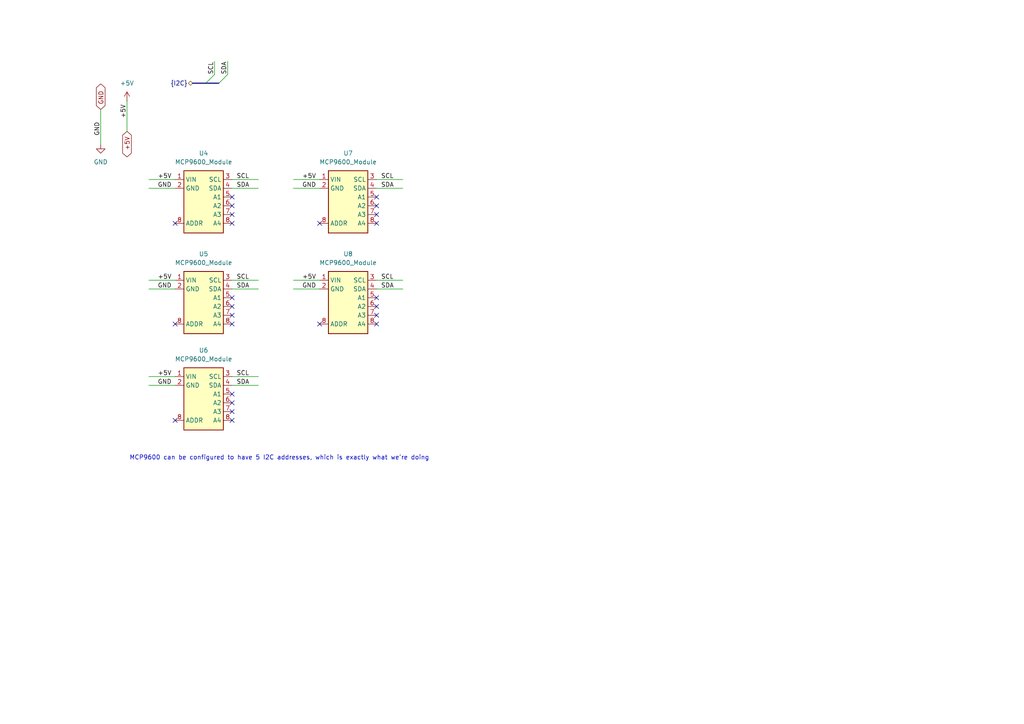
<source format=kicad_sch>
(kicad_sch (version 20231120) (generator "eeschema") (generator_version "8.0")
  (paper "A4")
  (lib_symbols
    (symbol "hb_symbol_lib:MCP9600_Module"
      (property "Reference" "U" (at 0 0 0))
      (property "Value" "MCP9600_Module" (at 0 0 0))
      (symbol "MCP9600_Module_1_1"
        (rectangle (start -6.35 -1.27) (end 5.08 -19.304) (stroke (width 0.254)) (fill (type background)))
        (pin power_in line (at -8.89 -3.81 0) (length 2.54) (name "VIN") (number "1"))
        (pin power_in line (at -8.89 -6.35 0) (length 2.54) (name "GND") (number "2"))
        (pin bidirectional line (at 7.62 -3.81 180) (length 2.54) (name "SCL") (number "3"))
        (pin bidirectional line (at 7.62 -6.35 180) (length 2.54) (name "SDA") (number "4"))
        (pin input line (at 7.62 -8.89 180) (length 2.54) (name "A1") (number "5"))
        (pin input line (at 7.62 -11.43 180) (length 2.54) (name "A2") (number "6"))
        (pin input line (at 7.62 -13.97 180) (length 2.54) (name "A3") (number "7"))
        (pin input line (at 7.62 -16.51 180) (length 2.54) (name "A4") (number "8"))
        (pin input line (at -8.89 -16.51 0) (length 2.54) (name "ADDR") (number "8"))
      )
    )
    (symbol "power:+5V" (power) (pin_numbers hide) (pin_names (offset 0) hide)
      (property "Value" "+5V" (at 0 3.556 0))
      (symbol "+5V_0_1"
        (polyline (pts (xy -0.762 1.27) (xy 0 2.54)))
        (polyline (pts (xy 0 0) (xy 0 2.54)))
        (polyline (pts (xy 0 2.54) (xy 0.762 1.27)))
      )
      (symbol "+5V_1_1"
        (pin power_in line (at 0 0 90) (length 0) (name "~") (number "1"))
      )
    )
    (symbol "power:GND" (power) (pin_numbers hide) (pin_names (offset 0) hide)
      (property "Value" "GND" (at 0 -3.81 0))
      (symbol "GND_0_1"
        (polyline (pts (xy 0 0) (xy 0 -1.27) (xy 1.27 -1.27) (xy 0 -2.54) (xy -1.27 -1.27) (xy 0 -1.27)))
      )
      (symbol "GND_1_1"
        (pin power_in line (at 0 0 270) (length 0) (name "~") (number "1"))
      )
    )
  )
  (bus_alias "I2C" (members "SCL" "SDA"))
  (bus_alias "I2C_1" (members "SCL_1" "SDA_1"))
  (no_connect (at 67.31 114.3))
  (no_connect (at 67.31 93.98))
  (no_connect (at 92.71 93.98))
  (no_connect (at 67.31 59.69))
  (no_connect (at 67.31 64.77))
  (no_connect (at 50.8 93.98))
  (no_connect (at 67.31 91.44))
  (no_connect (at 67.31 62.23))
  (no_connect (at 67.31 119.38))
  (no_connect (at 50.8 121.92))
  (no_connect (at 67.31 116.84))
  (no_connect (at 109.22 88.9))
  (no_connect (at 109.22 91.44))
  (no_connect (at 109.22 59.69))
  (no_connect (at 50.8 64.77))
  (no_connect (at 92.71 64.77))
  (no_connect (at 109.22 57.15))
  (no_connect (at 67.31 121.92))
  (no_connect (at 109.22 64.77))
  (no_connect (at 109.22 86.36))
  (no_connect (at 109.22 62.23))
  (no_connect (at 109.22 93.98))
  (no_connect (at 67.31 86.36))
  (no_connect (at 67.31 57.15))
  (no_connect (at 67.31 88.9))
  (bus_entry (at 63.5 24.13) (size 2.54 -2.54))
  (bus_entry (at 59.69 24.13) (size 2.54 -2.54))
  (wire (pts (xy 29.21 31.75) (xy 29.21 41.91)))
  (wire (pts (xy 67.31 81.28) (xy 74.93 81.28)))
  (bus (pts (xy 55.88 24.13) (xy 59.69 24.13)))
  (wire (pts (xy 109.22 52.07) (xy 116.84 52.07)))
  (wire (pts (xy 67.31 111.76) (xy 74.93 111.76)))
  (wire (pts (xy 43.18 109.22) (xy 50.8 109.22)))
  (wire (pts (xy 36.83 38.1) (xy 36.83 29.21)))
  (wire (pts (xy 85.09 83.82) (xy 92.71 83.82)))
  (wire (pts (xy 43.18 83.82) (xy 50.8 83.82)))
  (wire (pts (xy 109.22 81.28) (xy 116.84 81.28)))
  (wire (pts (xy 43.18 54.61) (xy 50.8 54.61)))
  (wire (pts (xy 109.22 54.61) (xy 116.84 54.61)))
  (wire (pts (xy 66.04 17.78) (xy 66.04 21.59)))
  (wire (pts (xy 43.18 52.07) (xy 50.8 52.07)))
  (wire (pts (xy 62.23 17.78) (xy 62.23 21.59)))
  (wire (pts (xy 67.31 83.82) (xy 74.93 83.82)))
  (wire (pts (xy 67.31 109.22) (xy 74.93 109.22)))
  (wire (pts (xy 67.31 52.07) (xy 74.93 52.07)))
  (wire (pts (xy 43.18 81.28) (xy 50.8 81.28)))
  (wire (pts (xy 67.31 54.61) (xy 74.93 54.61)))
  (wire (pts (xy 43.18 111.76) (xy 50.8 111.76)))
  (wire (pts (xy 85.09 54.61) (xy 92.71 54.61)))
  (wire (pts (xy 109.22 83.82) (xy 116.84 83.82)))
  (wire (pts (xy 85.09 52.07) (xy 92.71 52.07)))
  (wire (pts (xy 85.09 81.28) (xy 92.71 81.28)))
  (bus (pts (xy 59.69 24.13) (xy 63.5 24.13)))
  (text "MCP9600 can be configured to have 5 I2C addresses, which is exactly what we're doing" (at 81.026 132.842 0) (effects (font (size 1.27 1.27))))
  (label "SCL" (at 68.58 81.28 0))
  (label "+5V" (at 45.72 81.28 0))
  (label "SDA" (at 68.58 54.61 0))
  (label "SCL" (at 68.58 109.22 0))
  (label "GND" (at 87.63 54.61 0))
  (label "+5V" (at 87.63 81.28 0))
  (label "SDA" (at 110.49 54.61 0))
  (label "GND" (at 45.72 83.82 0))
  (label "SCL" (at 68.58 52.07 0))
  (label "SDA" (at 68.58 83.82 0))
  (label "SDA" (at 110.49 83.82 0))
  (label "GND" (at 29.21 39.37 90))
  (label "+5V" (at 36.83 34.29 90))
  (label "+5V" (at 45.72 109.22 0))
  (label "GND" (at 45.72 111.76 0))
  (label "SCL" (at 110.49 81.28 0))
  (label "SCL" (at 110.49 52.07 0))
  (label "+5V" (at 45.72 52.07 0))
  (label "GND" (at 45.72 54.61 0))
  (label "GND" (at 87.63 83.82 0))
  (label "+5V" (at 87.63 52.07 0))
  (label "SDA" (at 68.58 111.76 0))
  (label "SDA" (at 66.04 21.59 90))
  (label "SCL" (at 62.23 21.59 90))
  (global_label "GND" (shape bidirectional) (at 29.21 31.75 90) (property "Intersheetrefs" "${INTERSHEET_REFS}" (effects (hide yes))))
  (global_label "+5V" (shape bidirectional) (at 36.83 38.1 270) (property "Intersheetrefs" "${INTERSHEET_REFS}" (effects (hide yes))))
  (hierarchical_label "{I2C}" (shape bidirectional) (at 55.88 24.13 180))
  (symbol (lib_name "hb_symbol_lib:MCP9600_Module") (lib_id "hb_symbol_lib:MCP9600_Module") (at 59.69 77.47 0) (unit 1)
    (property "Reference" "U5" (at 59.055 73.66 0))
    (property "Value" "MCP9600_Module" (at 59.055 76.2 0))
    (property "Footprint" "hb_footprint_lib:mcp9600_connector" (effects (hide yes)))
    (property "Datasheet" "https://learn.adafruit.com/adafruit-mcp9600-i2c-thermocouple-amplifier/overview" (effects (hide yes)))
  )
  (symbol (lib_id "power:GND") (at 29.21 41.91 0) (unit 1)
    (property "Reference" "#PWR030" (effects (hide yes)))
    (property "Value" "GND" (at 29.21 46.99 0))
    (property "Description" "Power symbol creates a global label with name \"GND\" , ground" (effects (hide yes)))
  )
  (symbol (lib_name "hb_symbol_lib:MCP9600_Module") (lib_id "hb_symbol_lib:MCP9600_Module") (at 101.6 77.47 0) (unit 1)
    (property "Reference" "U8" (at 100.965 73.66 0))
    (property "Value" "MCP9600_Module" (at 100.965 76.2 0))
    (property "Footprint" "hb_footprint_lib:mcp9600_connector" (effects (hide yes)))
    (property "Datasheet" "https://learn.adafruit.com/adafruit-mcp9600-i2c-thermocouple-amplifier/overview" (effects (hide yes)))
  )
  (symbol (lib_name "hb_symbol_lib:MCP9600_Module") (lib_id "hb_symbol_lib:MCP9600_Module") (at 101.6 48.26 0) (unit 1)
    (property "Reference" "U7" (at 100.965 44.45 0))
    (property "Value" "MCP9600_Module" (at 100.965 46.99 0))
    (property "Footprint" "hb_footprint_lib:mcp9600_connector" (effects (hide yes)))
    (property "Datasheet" "https://learn.adafruit.com/adafruit-mcp9600-i2c-thermocouple-amplifier/overview" (effects (hide yes)))
  )
  (symbol (lib_id "power:+5V") (at 36.83 29.21 0) (unit 1)
    (property "Reference" "#PWR031" (effects (hide yes)))
    (property "Value" "+5V" (at 36.83 24.13 0))
    (property "Description" "Power symbol creates a global label with name \"+5V\"" (effects (hide yes)))
  )
  (symbol (lib_name "hb_symbol_lib:MCP9600_Module") (lib_id "hb_symbol_lib:MCP9600_Module") (at 59.69 48.26 0) (unit 1)
    (property "Reference" "U4" (at 59.055 44.45 0))
    (property "Value" "MCP9600_Module" (at 59.055 46.99 0))
    (property "Footprint" "hb_footprint_lib:mcp9600_connector" (effects (hide yes)))
    (property "Datasheet" "https://learn.adafruit.com/adafruit-mcp9600-i2c-thermocouple-amplifier/overview" (effects (hide yes)))
  )
  (symbol (lib_name "hb_symbol_lib:MCP9600_Module") (lib_id "hb_symbol_lib:MCP9600_Module") (at 59.69 105.41 0) (unit 1)
    (property "Reference" "U6" (at 59.055 101.6 0))
    (property "Value" "MCP9600_Module" (at 59.055 104.14 0))
    (property "Footprint" "hb_footprint_lib:mcp9600_connector" (effects (hide yes)))
    (property "Datasheet" "https://learn.adafruit.com/adafruit-mcp9600-i2c-thermocouple-amplifier/overview" (effects (hide yes)))
  )
)
</source>
